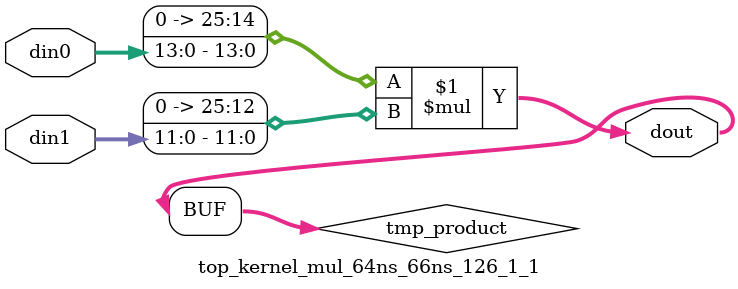
<source format=v>

`timescale 1 ns / 1 ps

 module top_kernel_mul_64ns_66ns_126_1_1(din0, din1, dout);
parameter ID = 1;
parameter NUM_STAGE = 0;
parameter din0_WIDTH = 14;
parameter din1_WIDTH = 12;
parameter dout_WIDTH = 26;

input [din0_WIDTH - 1 : 0] din0; 
input [din1_WIDTH - 1 : 0] din1; 
output [dout_WIDTH - 1 : 0] dout;

wire signed [dout_WIDTH - 1 : 0] tmp_product;
























assign tmp_product = $signed({1'b0, din0}) * $signed({1'b0, din1});











assign dout = tmp_product;





















endmodule

</source>
